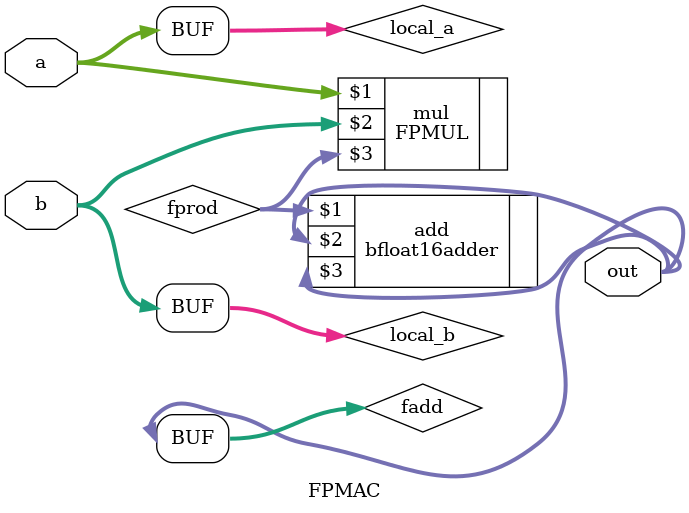
<source format=sv>
module FPMAC(a,b,out);
input logic[15:0]a,b;
output logic [15:0]out;

logic [15:0]local_a,local_b;
logic [15:0] fprod, fadd;

assign local_a = a;
assign local_b = b;

FPMUL mul(local_a,local_b,fprod);
bfloat16adder add(fprod,out,fadd);

/*
always_comb
begin

local_a = a;
local_b = b;
fprod1 = fprod;

end
*/


assign out = fadd;

endmodule
</source>
